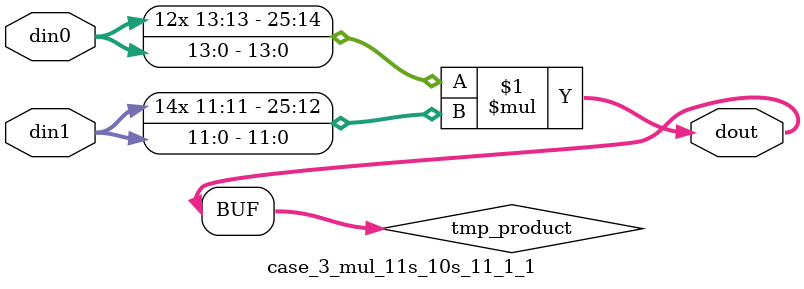
<source format=v>

`timescale 1 ns / 1 ps

 module case_3_mul_11s_10s_11_1_1(din0, din1, dout);
parameter ID = 1;
parameter NUM_STAGE = 0;
parameter din0_WIDTH = 14;
parameter din1_WIDTH = 12;
parameter dout_WIDTH = 26;

input [din0_WIDTH - 1 : 0] din0; 
input [din1_WIDTH - 1 : 0] din1; 
output [dout_WIDTH - 1 : 0] dout;

wire signed [dout_WIDTH - 1 : 0] tmp_product;



























assign tmp_product = $signed(din0) * $signed(din1);








assign dout = tmp_product;





















endmodule

</source>
